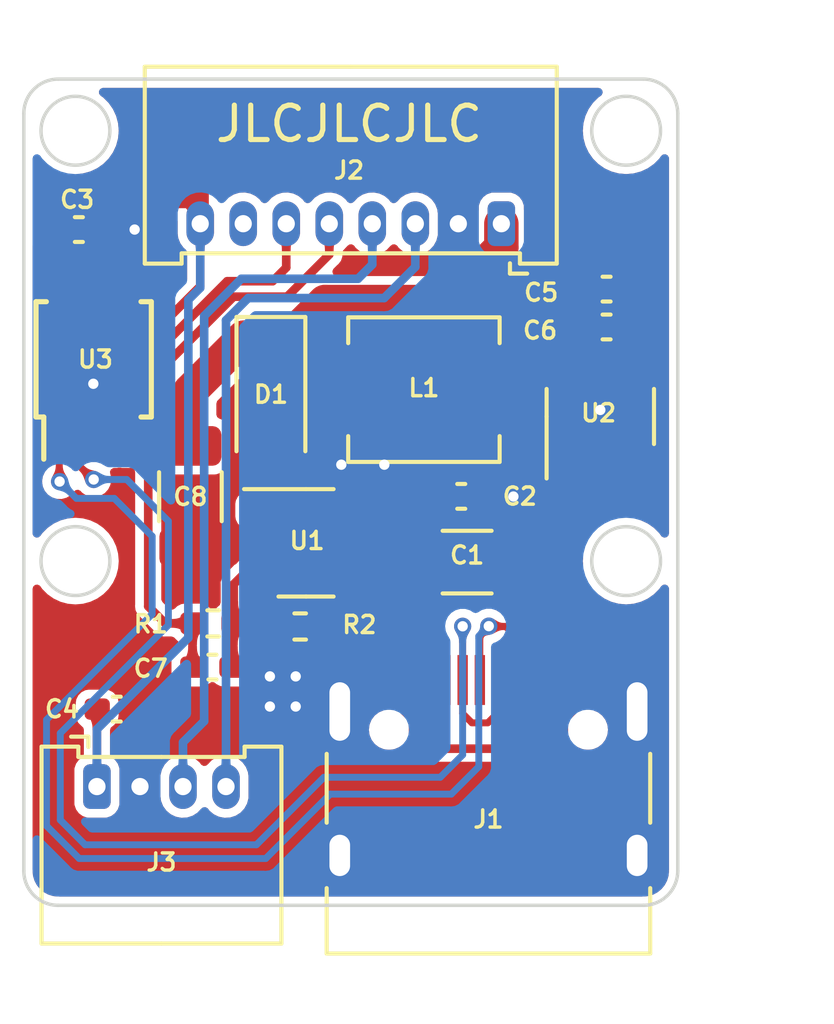
<source format=kicad_pcb>
(kicad_pcb (version 20211014) (generator pcbnew)
  (layers (0 "F.Cu" signal) (1 "In1.Cu" signal) (2 "In2.Cu" signal) (31 "B.Cu" signal) (34 "B.Paste" user) (35 "F.Paste" user) (36 "B.SilkS" user "B.Silkscreen") (37 "F.SilkS" user "F.Silkscreen") (38 "B.Mask" user) (39 "F.Mask" user) (44 "Edge.Cuts" user))
  (net 0 "")
  (net 3 "D+")
  (net 4 "D-")
  (net 5 "Net-(C7-Pad2)")
  (net 13 "+5V")
  (net 14 "GND")
  (net 15 "+3V3")
  (net 16 "+12V")
  (net 17 "Net-(D1-Pad2)")
  (net 18 "Button")
  (net 19 "USART_RX")
  (net 20 "USART_TX")
  (net 21 "SWCLK")
  (net 22 "SWDIO")
  (footprint "Inductor_SMD:L_0420" (layer "F.Cu") (at 102.075 101.97 180)
    (fp_text reference "L1")
    (fp_text value "0420")
  )
  (footprint "Capacitor_SMD:C_0402_1005Metric_Pad0.74x0.62mm_HandSolder" (layer "F.Cu") (at 93.2 111.3)
    (fp_text reference "C4")
    (fp_text value "100nf")
  )
  (footprint "Diode_SMD:D_SOD-123" (layer "F.Cu") (at 97.68 102.16 -90)
    (fp_text reference "D1")
    (fp_text value "1N5819HW")
  )
  (footprint "Capacitor_SMD:C_0402_1005Metric_Pad0.74x0.62mm_HandSolder" (layer "F.Cu") (at 92.1 97.37)
    (fp_text reference "C3")
    (fp_text value "100nf")
  )
  (footprint "Connector_Molex:Molex_PicoBlade_53048-0810_1x08_P1.25mm_Horizontal" (layer "F.Cu") (at 104.375 97.2 180)
    (fp_text reference "J2")
    (fp_text value "Conn_01x08")
  )
  (footprint "Capacitor_SMD:C_0402_1005Metric_Pad0.74x0.62mm_HandSolder" (layer "F.Cu") (at 107.4325 100.2)
    (fp_text reference "C6")
    (fp_text value "100nf")
  )
  (footprint "Capacitor_SMD:C_0402_1005Metric_Pad0.74x0.62mm_HandSolder" (layer "F.Cu") (at 103.21 105.12)
    (fp_text reference "C2")
    (fp_text value "10uf")
  )
  (footprint "Capacitor_SMD:C_0402_1005Metric_Pad0.74x0.62mm_HandSolder" (layer "F.Cu") (at 107.4325 99.1)
    (fp_text reference "C5")
    (fp_text value "10uf")
  )
  (footprint "Capacitor_SMD:C_1206_3216Metric" (layer "F.Cu") (at 95.34 105.13 -90)
    (fp_text reference "C8")
    (fp_text value "22uf")
  )
  (footprint "Package_TO_SOT_SMD:SOT-23-6" (layer "F.Cu") (at 98.7 106.47)
    (fp_text reference "U1")
    (fp_text value "MT3608")
  )
  (footprint "Resistor_SMD:R_0402_1005Metric_Pad0.72x0.64mm_HandSolder" (layer "F.Cu") (at 96 108.81)
    (fp_text reference "R1")
    (fp_text value "19k")
  )
  (footprint "Capacitor_SMD:C_1206_3216Metric" (layer "F.Cu") (at 103.38 107.03)
    (fp_text reference "C1")
    (fp_text value "22uf")
  )
  (footprint "Package_TO_SOT_SMD:SOT-23-5" (layer "F.Cu") (at 107.25 102.8 90)
    (fp_text reference "U2")
    (fp_text value "SPX3819M5-L-3-3")
  )
  (footprint "Connector_Molex:Molex_PicoBlade_53048-0410_1x04_P1.25mm_Horizontal" (layer "F.Cu") (at 92.625 113.55)
    (fp_text reference "J3")
    (fp_text value "Conn_01x04")
  )
  (footprint "Package_SO:MSOP-10_3x3mm_P0.5mm" (layer "F.Cu") (at 92.53 101.14 90)
    (fp_text reference "U3")
    (fp_text value "CH340E")
  )
  (footprint "Capacitor_SMD:C_0402_1005Metric_Pad0.74x0.62mm_HandSolder" (layer "F.Cu") (at 95.98 110.08)
    (fp_text reference "C7")
    (fp_text value "100nf")
  )
  (footprint "Resistor_SMD:R_0402_1005Metric_Pad0.72x0.64mm_HandSolder" (layer "F.Cu") (at 98.53 108.9)
    (fp_text reference "R2")
    (fp_text value "1k")
  )
  (footprint "Connector_USB:USB_C_Receptacle_HRO_TYPE-C-31-M-12" (layer "F.Cu") (at 104 114.5)
    (fp_text reference "J1")
    (fp_text value "USB_C_Receptacle_USB2.0")
  )
  (gr_line (start 91.5 117) (end 108.5 117) (layer "Edge.Cuts") (width 0.1))
  (gr_arc (start 109.5 116) (mid 109.207107 116.707107) (end 108.5 117) (layer "Edge.Cuts") (width 0.1))
  (gr_circle (center 108 107) (end 109 107) (layer "Edge.Cuts") (width 0.1) (fill none))
  (gr_circle (center 92 107) (end 93 107) (layer "Edge.Cuts") (width 0.1) (fill none))
  (gr_arc (start 108.5 93) (mid 109.207107 93.292893) (end 109.5 94) (layer "Edge.Cuts") (width 0.1))
  (gr_arc (start 90.5 94) (mid 90.792893 93.292893) (end 91.5 93) (layer "Edge.Cuts") (width 0.1))
  (gr_line (start 109.5 116) (end 109.5 94) (layer "Edge.Cuts") (width 0.1))
  (gr_line (start 90.5 94) (end 90.5 116) (layer "Edge.Cuts") (width 0.1))
  (gr_circle (center 92 94.5) (end 93 94.5) (layer "Edge.Cuts") (width 0.1) (fill none))
  (gr_arc (start 91.5 117) (mid 90.792893 116.707107) (end 90.5 116) (layer "Edge.Cuts") (width 0.1))
  (gr_circle (center 108 94.5) (end 109 94.5) (layer "Edge.Cuts") (width 0.1) (fill none))
  (gr_line (start 108.5 93) (end 91.5 93) (layer "Edge.Cuts") (width 0.1))
  (gr_text "JLCJLCJLC" (at 99.95 94.3) (layer "F.SilkS") (effects (font (size 1 1))))
  (segment (start 91.54 104.69) (end 91.53 104.68) (width 0.2) (layer "F.Cu") (net 3))
  (segment (start 91.53 104.68) (end 91.53 103.34) (width 0.2) (layer "F.Cu") (net 3))
  (segment (start 104.75 110.455) (end 104.75 109.15) (width 0.2) (layer "F.Cu") (net 3))
  (segment (start 104.01 108.89) (end 104 108.9) (width 0.2) (layer "F.Cu") (net 3))
  (segment (start 104.75 109.15) (end 104.5 108.9) (width 0.2) (layer "F.Cu") (net 3))
  (segment (start 103.75 109.15) (end 103.75 110.455) (width 0.2) (layer "F.Cu") (net 3))
  (segment (start 104 108.9) (end 103.75 109.15) (width 0.2) (layer "F.Cu") (net 3))
  (segment (start 104.5 108.9) (end 104 108.9) (width 0.2) (layer "F.Cu") (net 3))
  (via (at 104.01 108.89) (size 0.5) (drill 0.3) (layers "F.Cu" "B.Cu") (net 3))
  (via (at 91.54 104.69) (size 0.5) (drill 0.3) (layers "F.Cu" "B.Cu") (net 3))
  (segment (start 91.54 104.69) (end 92.029511 105.179511) (width 0.2) (layer "B.Cu") (net 3))
  (segment (start 103.72 109.18) (end 104.01 108.89) (width 0.2) (layer "B.Cu") (net 3))
  (segment (start 102.92 113.77) (end 103.72 112.97) (width 0.2) (layer "B.Cu") (net 3))
  (segment (start 93.129511 105.179511) (end 94.23 106.28) (width 0.2) (layer "B.Cu") (net 3))
  (segment (start 91.16048 114.69048) (end 92.11 115.64) (width 0.2) (layer "B.Cu") (net 3))
  (segment (start 99.4 113.77) (end 102.92 113.77) (width 0.2) (layer "B.Cu") (net 3))
  (segment (start 91.16048 111.60952) (end 91.16048 114.69048) (width 0.2) (layer "B.Cu") (net 3))
  (segment (start 94.23 106.28) (end 94.23 108.54) (width 0.2) (layer "B.Cu") (net 3))
  (segment (start 92.11 115.64) (end 97.53 115.64) (width 0.2) (layer "B.Cu") (net 3))
  (segment (start 103.72 112.97) (end 103.72 109.18) (width 0.2) (layer "B.Cu") (net 3))
  (segment (start 97.53 115.64) (end 99.4 113.77) (width 0.2) (layer "B.Cu") (net 3))
  (segment (start 94.23 108.54) (end 91.16048 111.60952) (width 0.2) (layer "B.Cu") (net 3))
  (segment (start 92.029511 105.179511) (end 93.129511 105.179511) (width 0.2) (layer "B.Cu") (net 3))
  (segment (start 104.25 111.429022) (end 103.979022 111.7) (width 0.2) (layer "F.Cu") (net 4))
  (segment (start 92.03 104.149022) (end 92.03 103.34) (width 0.2) (layer "F.Cu") (net 4))
  (segment (start 103.520978 111.7) (end 103.25 111.429022) (width 0.2) (layer "F.Cu") (net 4))
  (segment (start 92.53 104.630011) (end 92.510989 104.630011) (width 0.2) (layer "F.Cu") (net 4))
  (segment (start 103.979022 111.7) (end 103.520978 111.7) (width 0.2) (layer "F.Cu") (net 4))
  (segment (start 92.510989 104.630011) (end 92.03 104.149022) (width 0.2) (layer "F.Cu") (net 4))
  (segment (start 103.250741 108.894086) (end 103.25 108.894827) (width 0.2) (layer "F.Cu") (net 4))
  (segment (start 103.25 108.894827) (end 103.25 110.455) (width 0.2) (layer "F.Cu") (net 4))
  (segment (start 104.25 110.455) (end 104.25 111.429022) (width 0.2) (layer "F.Cu") (net 4))
  (segment (start 103.25 111.429022) (end 103.25 110.455) (width 0.2) (layer "F.Cu") (net 4))
  (via (at 92.53 104.630011) (size 0.5) (drill 0.3) (layers "F.Cu" "B.Cu") (net 4))
  (via (at 103.250741 108.894086) (size 0.5) (drill 0.3) (layers "F.Cu" "B.Cu") (net 4))
  (segment (start 103.25 108.894827) (end 103.250741 108.894086) (width 0.2) (layer "B.Cu") (net 4))
  (segment (start 102.6 113.28) (end 103.25 112.63) (width 0.2) (layer "B.Cu") (net 4))
  (segment (start 92.53 104.630011) (end 93.490011 104.630011) (width 0.2) (layer "B.Cu") (net 4))
  (segment (start 91.56 114.52) (end 92.28048 115.24048) (width 0.2) (layer "B.Cu") (net 4))
  (segment (start 93.490011 104.630011) (end 94.70048 105.84048) (width 0.2) (layer "B.Cu") (net 4))
  (segment (start 94.70048 108.85952) (end 91.56 112) (width 0.2) (layer "B.Cu") (net 4))
  (segment (start 97.25952 115.24048) (end 99.22 113.28) (width 0.2) (layer "B.Cu") (net 4))
  (segment (start 94.70048 105.84048) (end 94.70048 108.85952) (width 0.2) (layer "B.Cu") (net 4))
  (segment (start 99.22 113.28) (end 102.6 113.28) (width 0.2) (layer "B.Cu") (net 4))
  (segment (start 91.56 112) (end 91.56 114.52) (width 0.2) (layer "B.Cu") (net 4))
  (segment (start 92.28048 115.24048) (end 97.25952 115.24048) (width 0.2) (layer "B.Cu") (net 4))
  (segment (start 103.25 112.63) (end 103.25 108.894827) (width 0.2) (layer "B.Cu") (net 4))
  (segment (start 97.9325 108.9) (end 96.6875 108.9) (width 0.25) (layer "F.Cu") (net 5))
  (segment (start 96.5875 110.08) (end 96.5875 108.82) (width 0.25) (layer "F.Cu") (net 5))
  (segment (start 96.6 107.67) (end 96.6 108.6125) (width 0.25) (layer "F.Cu") (net 5))
  (segment (start 96.85 107.42) (end 96.6 107.67) (width 0.25) (layer "F.Cu") (net 5))
  (segment (start 96.43 108.6425) (end 96.5975 108.81) (width 0.25) (layer "F.Cu") (net 5))
  (segment (start 96.5875 108.82) (end 96.5975 108.81) (width 0.25) (layer "F.Cu") (net 5))
  (segment (start 97.5625 107.42) (end 96.85 107.42) (width 0.25) (layer "F.Cu") (net 5))
  (segment (start 96.6875 108.9) (end 96.5975 108.81) (width 0.25) (layer "F.Cu") (net 5))
  (segment (start 104.325 103.655) (end 104.325 101.97) (width 0.5) (layer "F.Cu") (net 13))
  (segment (start 106.45 110.455) (end 106.45 111.350727) (width 0.25) (layer "F.Cu") (net 13))
  (segment (start 101.55 110.455) (end 101.55 107.385) (width 0.5) (layer "F.Cu") (net 13))
  (segment (start 106.190479 112.184521) (end 105.925364 112.449636) (width 0.25) (layer "F.Cu") (net 13))
  (segment (start 102.6425 106.2925) (end 101.905 107.03) (width 0.5) (layer "F.Cu") (net 13))
  (segment (start 102.6425 102.4825) (end 103.155 101.97) (width 0.5) (layer "F.Cu") (net 13))
  (segment (start 101.809521 112.109521) (end 101.809521 111.610248) (width 0.25) (layer "F.Cu") (net 13))
  (segment (start 106.45 111.350727) (end 106.190479 111.610248) (width 0.25) (layer "F.Cu") (net 13))
  (segment (start 105.925364 112.449636) (end 102.149636 112.449636) (width 0.25) (layer "F.Cu") (net 13))
  (segment (start 102.149636 112.449636) (end 101.809521 112.109521) (width 0.25) (layer "F.Cu") (net 13))
  (segment (start 106.190479 111.610248) (end 106.190479 112.184521) (width 0.25) (layer "F.Cu") (net 13))
  (segment (start 106.45 110.455) (end 106.45 105.45) (width 0.5) (layer "F.Cu") (net 13))
  (segment (start 106.45 105.45) (end 106.3 105.3) (width 0.5) (layer "F.Cu") (net 13))
  (segment (start 99.8375 106.47) (end 101.345 106.47) (width 0.5) (layer "F.Cu") (net 13))
  (segment (start 101.55 111.350727) (end 101.55 110.455) (width 0.25) (layer "F.Cu") (net 13))
  (segment (start 107.89 105.35) (end 106.45 105.35) (width 0.5) (layer "F.Cu") (net 13))
  (segment (start 108.2 105.04) (end 107.89 105.35) (width 0.5) (layer "F.Cu") (net 13))
  (segment (start 103.155 101.97) (end 104.325 101.97) (width 0.5) (layer "F.Cu") (net 13))
  (segment (start 101.809521 111.610248) (end 101.55 111.350727) (width 0.25) (layer "F.Cu") (net 13))
  (segment (start 101.515 107.42) (end 101.905 107.03) (width 0.25) (layer "F.Cu") (net 13))
  (segment (start 108.2 103.9375) (end 108.2 105.04) (width 0.5) (layer "F.Cu") (net 13))
  (segment (start 99.8375 107.42) (end 101.515 107.42) (width 0.5) (layer "F.Cu") (net 13))
  (segment (start 106.3 103.9375) (end 106.2975 103.94) (width 0.25) (layer "F.Cu") (net 13))
  (segment (start 102.6425 105.12) (end 102.6425 106.2925) (width 0.5) (layer "F.Cu") (net 13))
  (segment (start 106.3 105.3) (end 106.3 103.9375) (width 0.5) (layer "F.Cu") (net 13))
  (segment (start 106.2975 103.94) (end 104.61 103.94) (width 0.5) (layer "F.Cu") (net 13))
  (segment (start 102.6425 105.12) (end 102.6425 102.4825) (width 0.5) (layer "F.Cu") (net 13))
  (segment (start 104.61 103.94) (end 104.325 103.655) (width 0.5) (layer "F.Cu") (net 13))
  (segment (start 104.72 105.12) (end 104.725 105.125) (width 0.25) (layer "F.Cu") (net 14))
  (segment (start 97.5625 106.47) (end 95.475 106.47) (width 0.25) (layer "F.Cu") (net 14))
  (segment (start 100.75 110.455) (end 100.75 109.15) (width 0.25) (layer "F.Cu") (net 14))
  (segment (start 97.946072 106.47) (end 98.7 107.223928) (width 0.25) (layer "F.Cu") (net 14))
  (segment (start 103.7775 105.9525) (end 104.855 107.03) (width 0.25) (layer "F.Cu") (net 14))
  (segment (start 107.25 100.95) (end 108 100.2) (width 0.25) (layer "F.Cu") (net 14))
  (segment (start 107.9675 100.1675) (end 108 100.2) (width 0.25) (layer "F.Cu") (net 14))
  (segment (start 103.7775 105.12) (end 104.72 105.12) (width 0.25) (layer "F.Cu") (net 14))
  (segment (start 92.6675 97.37) (end 93.72 97.37) (width 0.25) (layer "F.Cu") (net 14))
  (segment (start 92.52 103.33) (end 92.52 101.85) (width 0.25) (layer "F.Cu") (net 14))
  (segment (start 98.7 108.4725) (end 99.1275 108.9) (width 0.25) (layer "F.Cu") (net 14))
  (segment (start 103.7775 105.12) (end 103.7775 105.9525) (width 0.25) (layer "F.Cu") (net 14))
  (segment (start 107.25 102.61) (end 107.25 100.95) (width 0.25) (layer "F.Cu") (net 14))
  (segment (start 99.1275 108.9) (end 100.5 108.9) (width 0.25) (layer "F.Cu") (net 14))
  (segment (start 95.475 106.47) (end 95.34 106.605) (width 0.25) (layer "F.Cu") (net 14))
  (segment (start 97.5625 106.47) (end 97.946072 106.47) (width 0.25) (layer "F.Cu") (net 14))
  (segment (start 107.25 103.9375) (end 107.25 102.61) (width 0.25) (layer "F.Cu") (net 14))
  (segment (start 92.53 103.34) (end 92.52 103.33) (width 0.25) (layer "F.Cu") (net 14))
  (segment (start 98.7 107.223928) (end 98.7 108.4725) (width 0.25) (layer "F.Cu") (net 14))
  (segment (start 107.9675 99.1) (end 107.9675 100.1675) (width 0.25) (layer "F.Cu") (net 14))
  (segment (start 100.75 109.15) (end 100.5 108.9) (width 0.25) (layer "F.Cu") (net 14))
  (segment (start 93.875 111.4075) (end 93.7675 111.3) (width 0.25) (layer "F.Cu") (net 14))
  (segment (start 93.875 113.55) (end 93.875 111.4075) (width 0.25) (layer "F.Cu") (net 14))
  (via (at 93.72 97.37) (size 0.5) (drill 0.3) (layers "F.Cu" "B.Cu") (net 14))
  (via (at 104.725 105.125) (size 0.5) (drill 0.3) (layers "F.Cu" "B.Cu") (net 14))
  (via (at 98.4 110.35) (size 0.5) (drill 0.3) (layers "F.Cu" "B.Cu") (net 14))
  (via (at 98.4 111.225) (size 0.5) (drill 0.3) (layers "F.Cu" "B.Cu") (net 14))
  (via (at 97.65 111.225) (size 0.5) (drill 0.3) (layers "F.Cu" "B.Cu") (net 14))
  (via (at 97.65 110.35) (size 0.5) (drill 0.3) (layers "F.Cu" "B.Cu") (net 14))
  (via (at 92.52 101.85) (size 0.5) (drill 0.3) (layers "F.Cu" "B.Cu") (net 14))
  (via (at 100.975 104.2) (size 0.5) (drill 0.3) (layers "F.Cu" "B.Cu") (net 14))
  (via (at 99.725 104.2) (size 0.5) (drill 0.3) (layers "F.Cu" "B.Cu") (net 14))
  (via (at 107.25 102.61) (size 0.5) (drill 0.3) (layers "F.Cu" "B.Cu") (net 14))
  (segment (start 95.625 96.805) (end 95.32 96.5) (width 0.5) (layer "F.Cu") (net 15))
  (segment (start 92.625 111.3075) (end 92.6325 111.3) (width 0.25) (layer "F.Cu") (net 15))
  (segment (start 91.5325 96.8675) (end 91.5325 97.37) (width 0.5) (layer "F.Cu") (net 15))
  (segment (start 91.9 96.5) (end 91.5325 96.8675) (width 0.5) (layer "F.Cu") (net 15))
  (segment (start 106.3 100.765) (end 106.865 100.2) (width 0.5) (layer "F.Cu") (net 15))
  (segment (start 94.444282 100.2) (end 95.625 99.019282) (width 0.25) (layer "F.Cu") (net 15))
  (segment (start 106.865 99.1) (end 106.865 97.135) (width 0.5) (layer "F.Cu") (net 15))
  (segment (start 95.625 96.225) (end 95.625 96.785) (width 0.5) (layer "F.Cu") (net 15))
  (segment (start 91.53 98.94) (end 91.53 97.3725) (width 0.25) (layer "F.Cu") (net 15))
  (segment (start 93.03 98.94) (end 93.03 99.97) (width 0.25) (layer "F.Cu") (net 15))
  (segment (start 95.625 97.2) (end 95.625 96.805) (width 0.25) (layer "F.Cu") (net 15))
  (segment (start 91.53 97.3725) (end 91.5325 97.37) (width 0.25) (layer "F.Cu") (net 15))
  (segment (start 106.865 97.135) (end 105.23 95.5) (width 0.5) (layer "F.Cu") (net 15))
  (segment (start 95.625 99.019282) (end 95.625 97.2) (width 0.25) (layer "F.Cu") (net 15))
  (segment (start 106.3 101.6625) (end 106.3 100.765) (width 0.5) (layer "F.Cu") (net 15))
  (segment (start 93.03 99.97) (end 93.26 100.2) (width 0.25) (layer "F.Cu") (net 15))
  (segment (start 92.625 113.55) (end 92.625 111.3075) (width 0.25) (layer "F.Cu") (net 15))
  (segment (start 106.8325 100.1675) (end 106.865 100.2) (width 0.25) (layer "F.Cu") (net 15))
  (segment (start 95.625 96.785) (end 95.625 97.2) (width 0.25) (layer "F.Cu") (net 15))
  (segment (start 93.26 100.2) (end 94.444282 100.2) (width 0.25) (layer "F.Cu") (net 15))
  (segment (start 105.23 95.5) (end 96.35 95.5) (width 0.5) (layer "F.Cu") (net 15))
  (segment (start 95.32 96.5) (end 91.9 96.5) (width 0.5) (layer "F.Cu") (net 15))
  (segment (start 106.8325 99.1) (end 106.8325 100.1675) (width 0.5) (layer "F.Cu") (net 15))
  (segment (start 96.35 95.5) (end 95.625 96.225) (width 0.5) (layer "F.Cu") (net 15))
  (segment (start 95.625 97.2) (end 95.625 99.065) (width 0.25) (layer "B.Cu") (net 15))
  (segment (start 92.625 111.885) (end 92.625 113.55) (width 0.25) (layer "B.Cu") (net 15))
  (segment (start 95.28 109.23) (end 92.625 111.885) (width 0.25) (layer "B.Cu") (net 15))
  (segment (start 95.625 99.065) (end 95.28 99.41) (width 0.25) (layer "B.Cu") (net 15))
  (segment (start 95.28 99.41) (end 95.28 109.23) (width 0.25) (layer "B.Cu") (net 15))
  (segment (start 99.25 99.475) (end 102.795 99.475) (width 1) (layer "F.Cu") (net 16))
  (segment (start 95.4025 108.81) (end 95.4025 110.07) (width 0.25) (layer "F.Cu") (net 16))
  (segment (start 94.11548 104.16452) (end 94.11548 108.31548) (width 0.25) (layer "F.Cu") (net 16))
  (segment (start 94.61 108.81) (end 95.4025 108.81) (width 0.25) (layer "F.Cu") (net 16))
  (segment (start 95.4025 110.07) (end 95.4125 110.08) (width 0.25) (layer "F.Cu") (net 16))
  (segment (start 94.11548 108.31548) (end 94.61 108.81) (width 0.25) (layer "F.Cu") (net 16))
  (segment (start 97.68 100.51) (end 98.215 100.51) (width 1) (layer "F.Cu") (net 16))
  (segment (start 96.89 100.51) (end 97.68 100.51) (width 1) (layer "F.Cu") (net 16))
  (segment (start 94.625 103.655) (end 94.11548 104.16452) (width 0.25) (layer "F.Cu") (net 16))
  (segment (start 98.215 100.51) (end 99.25 99.475) (width 1) (layer "F.Cu") (net 16))
  (segment (start 104.375 97.895) (end 104.375 97.2) (width 1) (layer "F.Cu") (net 16))
  (segment (start 95.34 103.655) (end 95.34 102.06) (width 1) (layer "F.Cu") (net 16))
  (segment (start 95.34 103.655) (end 94.625 103.655) (width 0.25) (layer "F.Cu") (net 16))
  (segment (start 95.34 102.06) (end 96.89 100.51) (width 1) (layer "F.Cu") (net 16))
  (segment (start 102.795 99.475) (end 104.375 97.895) (width 1) (layer "F.Cu") (net 16))
  (segment (start 99.08 101.97) (end 99.52 101.97) (width 0.5) (layer "F.Cu") (net 17))
  (segment (start 99.52 101.97) (end 99.875 101.97) (width 0.25) (layer "F.Cu") (net 17))
  (segment (start 97.5625 103.9275) (end 97.68 103.81) (width 0.25) (layer "F.Cu") (net 17))
  (segment (start 97.68 103.37) (end 99.08 101.97) (width 0.5) (layer "F.Cu") (net 17))
  (segment (start 97.5625 105.52) (end 97.5625 103.9275) (width 0.5) (layer "F.Cu") (net 17))
  (segment (start 97.68 103.81) (end 97.68 103.37) (width 0.5) (layer "F.Cu") (net 17))
  (segment (start 92.53 100.47) (end 92.53 98.94) (width 0.25) (layer "F.Cu") (net 19))
  (segment (start 92.72048 100.66048) (end 92.53 100.47) (width 0.25) (layer "F.Cu") (net 19))
  (segment (start 94.61952 100.66048) (end 92.72048 100.66048) (width 0.25) (layer "F.Cu") (net 19))
  (segment (start 98.125 98.475) (end 97.72952 98.87048) (width 0.25) (layer "F.Cu") (net 19))
  (segment (start 96.40952 98.87048) (end 94.61952 100.66048) (width 0.25) (layer "F.Cu") (net 19))
  (segment (start 97.72952 98.87048) (end 96.40952 98.87048) (width 0.25) (layer "F.Cu") (net 19))
  (segment (start 98.125 97.2) (end 98.125 98.475) (width 0.25) (layer "F.Cu") (net 19))
  (segment (start 96.595717 99.32) (end 94.805717 101.11) (width 0.25) (layer "F.Cu") (net 20))
  (segment (start 99.375 98.095) (end 98.15 99.32) (width 0.25) (layer "F.Cu") (net 20))
  (segment (start 94.805717 101.11) (end 92.48 101.11) (width 0.25) (layer "F.Cu") (net 20))
  (segment (start 92.48 101.11) (end 92.03 100.66) (width 0.25) (layer "F.Cu") (net 20))
  (segment (start 99.375 97.2) (end 99.375 98.095) (width 0.25) (layer "F.Cu") (net 20))
  (segment (start 98.15 99.32) (end 96.595717 99.32) (width 0.25) (layer "F.Cu") (net 20))
  (segment (start 92.03 100.66) (end 92.03 98.94) (width 0.25) (layer "F.Cu") (net 20))
  (segment (start 100.625 98.385) (end 100.625 97.2) (width 0.25) (layer "B.Cu") (net 21))
  (segment (start 95.125 112.265) (end 95.74 111.65) (width 0.25) (layer "B.Cu") (net 21))
  (segment (start 100.21 98.8) (end 100.625 98.385) (width 0.25) (layer "B.Cu") (net 21))
  (segment (start 95.74 111.65) (end 95.74 99.88) (width 0.25) (layer "B.Cu") (net 21))
  (segment (start 96.82 98.8) (end 100.21 98.8) (width 0.25) (layer "B.Cu") (net 21))
  (segment (start 95.74 99.88) (end 96.82 98.8) (width 0.25) (layer "B.Cu") (net 21))
  (segment (start 95.125 113.55) (end 95.125 112.265) (width 0.25) (layer "B.Cu") (net 21))
  (segment (start 101.875 98.455) (end 101.875 97.2) (width 0.25) (layer "B.Cu") (net 22))
  (segment (start 96.375 113.55) (end 96.375 100.005) (width 0.25) (layer "B.Cu") (net 22))
  (segment (start 100.97 99.36) (end 101.875 98.455) (width 0.25) (layer "B.Cu") (net 22))
  (segment (start 96.375 100.005) (end 97.02 99.36) (width 0.25) (layer "B.Cu") (net 22))
  (segment (start 97.02 99.36) (end 100.97 99.36) (width 0.25) (layer "B.Cu") (net 22))
  (zone (net 5) (net_name "Net-(C7-Pad2)") (layer "F.Cu") (priority 16962) (connect_pads yes (clearance 0)) (min_thickness 0.0254) (fill yes (thermal_gap 0.508) (thermal_bridge_width 0.508))
    (polygon (pts (xy 96.7125 109.45) (xy 96.714498 109.378291) (xy 96.720353 109.317571) (xy 96.729858 109.265598) (xy 96.742802 109.22013) (xy 96.758976 109.178926) (xy 96.778173 109.139745) (xy 96.800182 109.100344) (xy 96.824796 109.058482) (xy 96.851806 109.011919) (xy 96.881002 108.958412) (xy 96.602497 108.650079) (xy 96.305284 108.940421) (xy 96.33176 108.996948) (xy 96.356516 109.045975) (xy 96.379302 109.089852) (xy 96.399866 109.130926) (xy 96.417956 109.171544) (xy 96.433321 109.214056) (xy 96.44571 109.26081) (xy 96.45487 109.314153) (xy 96.46055 109.376433) (xy 96.4625 109.45)))
  )
  (zone (net 4) (net_name "D-") (layer "F.Cu") (priority 16962) (connect_pads yes (clearance 0)) (min_thickness 0.0254) (fill yes (thermal_gap 0.508) (thermal_bridge_width 0.508))
    (polygon (pts (xy 103.15 110.165) (xy 103.149956 110.196976) (xy 103.149689 110.225132) (xy 103.148994 110.250109) (xy 103.147668 110.272544) (xy 103.145505 110.293079) (xy 103.142302 110.312352) (xy 103.137854 110.331002) (xy 103.131957 110.349671) (xy 103.124407 110.368995) (xy 103.115 110.389617) (xy 103.25 110.53) (xy 103.385 110.389617) (xy 103.375592 110.368995) (xy 103.368042 110.349671) (xy 103.362145 110.331002) (xy 103.357697 110.312352) (xy 103.354494 110.293079) (xy 103.352331 110.272544) (xy 103.351005 110.250109) (xy 103.35031 110.225132) (xy 103.350043 110.196976) (xy 103.35 110.165)))
  )
  (zone (net 16) (net_name "+12V") (layer "F.Cu") (priority 16962) (connect_pads yes (clearance 0)) (min_thickness 0.0254) (fill yes (thermal_gap 0.508) (thermal_bridge_width 0.508))
    (polygon (pts (xy 95.5275 109.44) (xy 95.529521 109.368713) (xy 95.535412 109.308408) (xy 95.54491 109.256821) (xy 95.557756 109.211686) (xy 95.573687 109.170736) (xy 95.592444 109.131707) (xy 95.613764 109.092333) (xy 95.637388 109.050348) (xy 95.663053 109.003486) (xy 95.6905 108.949484) (xy 95.4025 108.65) (xy 95.1145 108.949484) (xy 95.141946 109.003486) (xy 95.167611 109.050348) (xy 95.191235 109.092333) (xy 95.212555 109.131707) (xy 95.231312 109.170736) (xy 95.247243 109.211686) (xy 95.260089 109.256821) (xy 95.269587 109.308408) (xy 95.275478 109.368713) (xy 95.2775 109.44)))
  )
  (zone (net 15) (net_name "+3V3") (layer "F.Cu") (priority 16962) (connect_pads yes (clearance 0)) (min_thickness 0.0254) (fill yes (thermal_gap 0.508) (thermal_bridge_width 0.508))
    (polygon (pts (xy 91.405 98.65) (xy 91.405249 98.682514) (xy 91.405841 98.712644) (xy 91.406544 98.740445) (xy 91.407125 98.765974) (xy 91.40735 98.789289) (xy 91.406987 98.810445) (xy 91.405804 98.829499) (xy 91.403566 98.846508) (xy 91.400043 98.861528) (xy 91.395 98.874617) (xy 91.53 99.015) (xy 91.665 98.874617) (xy 91.659956 98.861528) (xy 91.656433 98.846508) (xy 91.654195 98.829499) (xy 91.653012 98.810445) (xy 91.652649 98.789289) (xy 91.652874 98.765974) (xy 91.653455 98.740445) (xy 91.654158 98.712644) (xy 91.65475 98.682514) (xy 91.655 98.65)))
  )
  (zone (net 13) (net_name "+5V") (layer "F.Cu") (priority 16962) (connect_pads yes (clearance 0)) (min_thickness 0.0254) (fill yes (thermal_gap 0.508) (thermal_bridge_width 0.508))
    (polygon (pts (xy 101.675 111.045) (xy 101.676711 110.978477) (xy 101.681731 110.922013) (xy 101.689883 110.873553) (xy 101.700994 110.831041) (xy 101.714888 110.792421) (xy 101.731391 110.755639) (xy 101.750328 110.718637) (xy 101.771525 110.679361) (xy 101.794807 110.635756) (xy 101.82 110.585766) (xy 101.55 110.305) (xy 101.28 110.585766) (xy 101.305192 110.635756) (xy 101.328474 110.679361) (xy 101.349671 110.718637) (xy 101.368608 110.755639) (xy 101.385111 110.792421) (xy 101.399005 110.831041) (xy 101.410116 110.873553) (xy 101.418268 110.922013) (xy 101.423288 110.978477) (xy 101.425 111.045)))
  )
  (zone (net 15) (net_name "+3V3") (layer "F.Cu") (priority 16962) (connect_pads yes (clearance 0)) (min_thickness 0.0254) (fill yes (thermal_gap 0.508) (thermal_bridge_width 0.508))
    (polygon (pts (xy 91.655 97.9825) (xy 91.65686 97.913502) (xy 91.662305 97.855025) (xy 91.671129 97.804914) (xy 91.68313 97.761015) (xy 91.698101 97.721173) (xy 91.71584 97.683234) (xy 91.73614 97.645044) (xy 91.758799 97.604449) (xy 91.783611 97.559294) (xy 91.810373 97.507426) (xy 91.53378 97.215006) (xy 91.252393 97.502815) (xy 91.278478 97.555452) (xy 91.302733 97.601235) (xy 91.324941 97.642343) (xy 91.344888 97.680959) (xy 91.362357 97.719265) (xy 91.377134 97.759443) (xy 91.389002 97.803673) (xy 91.397746 97.854138) (xy 91.40315 97.91302) (xy 91.405 97.9825)))
  )
  (zone (net 3) (net_name "D+") (layer "F.Cu") (priority 16962) (connect_pads yes (clearance 0)) (min_thickness 0.0254) (fill yes (thermal_gap 0.508) (thermal_bridge_width 0.508))
    (polygon (pts (xy 104.65 110.165) (xy 104.649956 110.196976) (xy 104.649689 110.225132) (xy 104.648994 110.250109) (xy 104.647668 110.272544) (xy 104.645505 110.293079) (xy 104.642302 110.312352) (xy 104.637854 110.331002) (xy 104.631957 110.349671) (xy 104.624407 110.368995) (xy 104.615 110.389617) (xy 104.75 110.53) (xy 104.885 110.389617) (xy 104.875592 110.368995) (xy 104.868042 110.349671) (xy 104.862145 110.331002) (xy 104.857697 110.312352) (xy 104.854494 110.293079) (xy 104.852331 110.272544) (xy 104.851005 110.250109) (xy 104.85031 110.225132) (xy 104.850043 110.196976) (xy 104.85 110.165)))
  )
  (zone (net 15) (net_name "+3V3") (layer "F.Cu") (priority 16962) (connect_pads yes (clearance 0)) (min_thickness 0.0254) (fill yes (thermal_gap 0.508) (thermal_bridge_width 0.508))
    (polygon (pts (xy 95.5 96.4) (xy 95.49678 96.49178) (xy 95.487509 96.568713) (xy 95.472764 96.633931) (xy 95.453127 96.690568) (xy 95.429176 96.741757) (xy 95.401491 96.790632) (xy 95.370651 96.840324) (xy 95.337236 96.893969) (xy 95.301826 96.954698) (xy 95.265 97.025645) (xy 95.625 97.4) (xy 95.985 97.025645) (xy 95.948173 96.954698) (xy 95.912763 96.893969) (xy 95.879348 96.840324) (xy 95.848508 96.790632) (xy 95.820823 96.741757) (xy 95.796872 96.690568) (xy 95.777235 96.633931) (xy 95.76249 96.568713) (xy 95.753219 96.49178) (xy 95.75 96.4)))
  )
  (zone (net 16) (net_name "+12V") (layer "F.Cu") (priority 16962) (connect_pads yes (clearance 0)) (min_thickness 0.0254) (fill yes (thermal_gap 0.508) (thermal_bridge_width 0.508))
    (polygon (pts (xy 94.84 102.51) (xy 94.840738 102.641192) (xy 94.842547 102.765747) (xy 94.844817 102.882675) (xy 94.846941 102.990984) (xy 94.848308 103.089685) (xy 94.848311 103.177784) (xy 94.846341 103.254293) (xy 94.841788 103.31822) (xy 94.834044 103.368573) (xy 94.8225 103.404364) (xy 95.34 103.9425) (xy 95.8575 103.404364) (xy 95.845955 103.368573) (xy 95.838211 103.31822) (xy 95.833658 103.254293) (xy 95.831688 103.177784) (xy 95.831691 103.089685) (xy 95.833058 102.990984) (xy 95.835182 102.882675) (xy 95.837452 102.765747) (xy 95.839261 102.641192) (xy 95.84 102.51)))
  )
  (zone (net 15) (net_name "+3V3") (layer "F.Cu") (priority 16962) (connect_pads yes (clearance 0)) (min_thickness 0.0254) (fill yes (thermal_gap 0.508) (thermal_bridge_width 0.508))
    (polygon (pts (xy 93.155 99.23) (xy 93.15475 99.197485) (xy 93.154158 99.167355) (xy 93.153455 99.139554) (xy 93.152874 99.114025) (xy 93.152649 99.09071) (xy 93.153012 99.069554) (xy 93.154195 99.0505) (xy 93.156433 99.033491) (xy 93.159956 99.018471) (xy 93.165 99.005383) (xy 93.03 98.865) (xy 92.895 99.005383) (xy 92.900043 99.018471) (xy 92.903566 99.033491) (xy 92.905804 99.0505) (xy 92.906987 99.069554) (xy 92.90735 99.09071) (xy 92.907125 99.114025) (xy 92.906544 99.139554) (xy 92.905841 99.167355) (xy 92.905249 99.197485) (xy 92.905 99.23)))
  )
  (zone (net 15) (net_name "+3V3") (layer "F.Cu") (priority 16962) (connect_pads yes (clearance 0)) (min_thickness 0.0254) (fill yes (thermal_gap 0.508) (thermal_bridge_width 0.508))
    (polygon (pts (xy 95.75 97.99) (xy 95.753266 97.899538) (xy 95.762658 97.823777) (xy 95.777564 97.75961) (xy 95.797374 97.703935) (xy 95.821476 97.653647) (xy 95.849261 97.60564) (xy 95.880116 97.556812) (xy 95.913432 97.504058) (xy 95.948596 97.444274) (xy 95.985 97.374355) (xy 95.625 97) (xy 95.265 97.374355) (xy 95.301403 97.444274) (xy 95.336567 97.504058) (xy 95.369883 97.556812) (xy 95.400738 97.60564) (xy 95.428523 97.653647) (xy 95.452625 97.703935) (xy 95.472435 97.75961) (xy 95.487341 97.823777) (xy 95.496733 97.899538) (xy 95.5 97.99)))
  )
  (zone (net 4) (net_name "D-") (layer "F.Cu") (priority 16962) (connect_pads yes (clearance 0)) (min_thickness 0.0254) (fill yes (thermal_gap 0.508) (thermal_bridge_width 0.508))
    (polygon (pts (xy 92.093797 104.35424) (xy 92.134076 104.396544) (xy 92.16613 104.434507) (xy 92.191393 104.469318) (xy 92.211297 104.502162) (xy 92.227279 104.534228) (xy 92.24077 104.566703) (xy 92.253206 104.600775) (xy 92.266021 104.637632) (xy 92.280649 104.678459) (xy 92.298523 104.724447) (xy 92.622945 104.713593) (xy 92.59942 104.389843) (xy 92.553699 104.377366) (xy 92.513044 104.367185) (xy 92.476329 104.358003) (xy 92.44243 104.348523) (xy 92.410223 104.33745) (xy 92.378584 104.323487) (xy 92.346388 104.305338) (xy 92.312511 104.281708) (xy 92.275829 104.2513) (xy 92.235218 104.212819)))
  )
  (zone (net 19) (net_name "USART_RX") (layer "F.Cu") (priority 16962) (connect_pads yes (clearance 0)) (min_thickness 0.0254) (fill yes (thermal_gap 0.508) (thermal_bridge_width 0.508))
    (polygon (pts (xy 92.655 99.23) (xy 92.65475 99.197485) (xy 92.654158 99.167355) (xy 92.653455 99.139554) (xy 92.652874 99.114025) (xy 92.652649 99.09071) (xy 92.653012 99.069554) (xy 92.654195 99.0505) (xy 92.656433 99.033491) (xy 92.659956 99.018471) (xy 92.665 99.005383) (xy 92.53 98.865) (xy 92.395 99.005383) (xy 92.400043 99.018471) (xy 92.403566 99.033491) (xy 92.405804 99.0505) (xy 92.406987 99.069554) (xy 92.40735 99.09071) (xy 92.407125 99.114025) (xy 92.406544 99.139554) (xy 92.405841 99.167355) (xy 92.405249 99.197485) (xy 92.405 99.23)))
  )
  (zone (net 13) (net_name "+5V") (layer "F.Cu") (priority 16962) (connect_pads yes (clearance 0)) (min_thickness 0.0254) (fill yes (thermal_gap 0.508) (thermal_bridge_width 0.508))
    (polygon (pts (xy 101.3 109.865) (xy 101.300521 109.931474) (xy 101.301766 109.993073) (xy 101.303253 110.049913) (xy 101.3045 110.102109) (xy 101.305027 110.149777) (xy 101.304351 110.193032) (xy 101.301992 110.231989) (xy 101.297467 110.266765) (xy 101.290297 110.297475) (xy 101.28 110.324234) (xy 101.55 110.605) (xy 101.82 110.324234) (xy 101.809702 110.297475) (xy 101.802532 110.266765) (xy 101.798007 110.231989) (xy 101.795648 110.193032) (xy 101.794972 110.149777) (xy 101.795499 110.102109) (xy 101.796746 110.049913) (xy 101.798233 109.993073) (xy 101.799478 109.931474) (xy 101.8 109.865)))
  )
  (zone (net 13) (net_name "+5V") (layer "F.Cu") (priority 1) (connect_pads yes (clearance 0.254)) (min_thickness 0.254) (fill yes (thermal_gap 0.508) (thermal_bridge_width 0.508))
    (polygon (pts (xy 105.25 103.25) (xy 106.75 103.25) (xy 106.75 108) (xy 99.1 108) (xy 99.1 106.15) (xy 101.7 106.15) (xy 101.7 100.5) (xy 105.25 100.5)))
  )
  (zone (net 17) (net_name "Net-(D1-Pad2)") (layer "F.Cu") (priority 16962) (connect_pads yes (clearance 0)) (min_thickness 0.0254) (fill yes (thermal_gap 0.508) (thermal_bridge_width 0.508))
    (polygon (pts (xy 98.754731 102.648822) (xy 98.836911 102.576586) (xy 98.915817 102.526604) (xy 98.992439 102.49652) (xy 99.067768 102.483974) (xy 99.142795 102.48661) (xy 99.21851 102.50207) (xy 99.295906 102.527997) (xy 99.375973 102.562032) (xy 99.459701 102.601819) (xy 99.548083 102.645) (xy 100.25 101.97) (xy 99.34467 101.43967) (xy 99.237399 101.544479) (xy 99.142795 101.632403) (xy 99.057185 101.708169) (xy 98.976896 101.776505) (xy 98.898253 101.842139) (xy 98.817585 101.9098) (xy 98.731216 101.984215) (xy 98.635474 102.070113) (xy 98.526686 102.172221) (xy 98.401178 102.295269)))
  )
  (zone (net 15) (net_name "+3V3") (layer "F.Cu") (priority 16962) (connect_pads yes (clearance 0)) (min_thickness 0.0254) (fill yes (thermal_gap 0.508) (thermal_bridge_width 0.508))
    (polygon (pts (xy 91.438809 96.607639) (xy 91.389972 96.668169) (xy 91.359216 96.730666) (xy 91.342783 96.793875) (xy 91.336919 96.85654) (xy 91.337865 96.917405) (xy 91.341867 96.975215) (xy 91.345167 97.028715) (xy 91.34401 97.076648) (xy 91.334638 97.117761) (xy 91.313297 97.150797) (xy 91.5325 97.525) (xy 91.8115 97.234875) (xy 91.801322 97.21533) (xy 91.7891 97.192809) (xy 91.776288 97.167776) (xy 91.764342 97.140695) (xy 91.754718 97.11203) (xy 91.748871 97.082245) (xy 91.748256 97.051805) (xy 91.754329 97.021172) (xy 91.768546 96.990813) (xy 91.792361 96.961191)))
  )
  (zone (net 17) (net_name "Net-(D1-Pad2)") (layer "F.Cu") (priority 16962) (connect_pads yes (clearance 0)) (min_thickness 0.0254) (fill yes (thermal_gap 0.508) (thermal_bridge_width 0.508))
    (polygon (pts (xy 97.3125 104.93) (xy 97.313021 104.996474) (xy 97.314266 105.058073) (xy 97.315753 105.114913) (xy 97.317 105.167109) (xy 97.317527 105.214777) (xy 97.316851 105.258032) (xy 97.314492 105.296989) (xy 97.309967 105.331765) (xy 97.302797 105.362475) (xy 97.2925 105.389234) (xy 97.5625 105.67) (xy 97.8325 105.389234) (xy 97.822202 105.362475) (xy 97.815032 105.331765) (xy 97.810507 105.296989) (xy 97.808148 105.258032) (xy 97.807472 105.214777) (xy 97.807999 105.167109) (xy 97.809246 105.114913) (xy 97.810733 105.058073) (xy 97.811978 104.996474) (xy 97.8125 104.93)))
  )
  (zone (net 5) (net_name "Net-(C7-Pad2)") (layer "F.Cu") (priority 16962) (connect_pads yes (clearance 0)) (min_thickness 0.0254) (fill yes (thermal_gap 0.508) (thermal_bridge_width 0.508))
    (polygon (pts (xy 96.9725 107.545) (xy 97.039022 107.546711) (xy 97.095486 107.551731) (xy 97.143946 107.559883) (xy 97.186458 107.570994) (xy 97.225078 107.584888) (xy 97.26186 107.601391) (xy 97.298862 107.620328) (xy 97.338138 107.641525) (xy 97.381743 107.664807) (xy 97.431734 107.69) (xy 97.7125 107.42) (xy 97.431734 107.15) (xy 97.381743 107.175192) (xy 97.338138 107.198474) (xy 97.298862 107.219671) (xy 97.26186 107.238608) (xy 97.225078 107.255111) (xy 97.186458 107.269005) (xy 97.143946 107.280116) (xy 97.095486 107.288268) (xy 97.039022 107.293288) (xy 96.9725 107.295)))
  )
  (zone (net 15) (net_name "+3V3") (layer "F.Cu") (priority 16962) (connect_pads yes (clearance 0)) (min_thickness 0.0254) (fill yes (thermal_gap 0.508) (thermal_bridge_width 0.508))
    (polygon (pts (xy 106.615 98.49) (xy 106.615541 98.558307) (xy 106.616795 98.620798) (xy 106.618207 98.67792) (xy 106.619225 98.730118) (xy 106.619293 98.777838) (xy 106.617858 98.821526) (xy 106.614365 98.861627) (xy 106.60826 98.898589) (xy 106.59899 98.932856) (xy 106.586 98.964875) (xy 106.865 99.255) (xy 107.144 98.964875) (xy 107.131009 98.932856) (xy 107.121739 98.898589) (xy 107.115634 98.861627) (xy 107.112141 98.821526) (xy 107.110706 98.777838) (xy 107.110774 98.730118) (xy 107.111792 98.67792) (xy 107.113204 98.620798) (xy 107.114458 98.558307) (xy 107.115 98.49)))
  )
  (zone (net 4) (net_name "D-") (layer "F.Cu") (priority 16962) (connect_pads yes (clearance 0)) (min_thickness 0.0254) (fill yes (thermal_gap 0.508) (thermal_bridge_width 0.508))
    (polygon (pts (xy 103.35 110.745) (xy 103.350043 110.713023) (xy 103.35031 110.684867) (xy 103.351005 110.65989) (xy 103.352331 110.637455) (xy 103.354494 110.61692) (xy 103.357697 110.597647) (xy 103.362145 110.578997) (xy 103.368042 110.560328) (xy 103.375592 110.541004) (xy 103.385 110.520383) (xy 103.25 110.38) (xy 103.115 110.520383) (xy 103.124407 110.541004) (xy 103.131957 110.560328) (xy 103.137854 110.578997) (xy 103.142302 110.597647) (xy 103.145505 110.61692) (xy 103.147668 110.637455) (xy 103.148994 110.65989) (xy 103.149689 110.684867) (xy 103.149956 110.713023) (xy 103.15 110.745)))
  )
  (zone (net 13) (net_name "+5V") (layer "F.Cu") (priority 16962) (connect_pads yes (clearance 0)) (min_thickness 0.0254) (fill yes (thermal_gap 0.508) (thermal_bridge_width 0.508))
    (polygon (pts (xy 101.675 111.045) (xy 101.676711 110.978477) (xy 101.681731 110.922013) (xy 101.689883 110.873553) (xy 101.700994 110.831041) (xy 101.714888 110.792421) (xy 101.731391 110.755639) (xy 101.750328 110.718637) (xy 101.771525 110.679361) (xy 101.794807 110.635756) (xy 101.82 110.585766) (xy 101.55 110.305) (xy 101.28 110.585766) (xy 101.305192 110.635756) (xy 101.328474 110.679361) (xy 101.349671 110.718637) (xy 101.368608 110.755639) (xy 101.385111 110.792421) (xy 101.399005 110.831041) (xy 101.410116 110.873553) (xy 101.418268 110.922013) (xy 101.423288 110.978477) (xy 101.425 111.045)))
  )
  (zone (net 13) (net_name "+5V") (layer "F.Cu") (priority 16962) (connect_pads yes (clearance 0)) (min_thickness 0.0254) (fill yes (thermal_gap 0.508) (thermal_bridge_width 0.508))
    (polygon (pts (xy 106.575 111.045) (xy 106.576711 110.978477) (xy 106.581731 110.922013) (xy 106.589883 110.873553) (xy 106.600994 110.831041) (xy 106.614888 110.792421) (xy 106.631391 110.755639) (xy 106.650328 110.718637) (xy 106.671525 110.679361) (xy 106.694807 110.635756) (xy 106.72 110.585766) (xy 106.45 110.305) (xy 106.18 110.585766) (xy 106.205192 110.635756) (xy 106.228474 110.679361) (xy 106.249671 110.718637) (xy 106.268608 110.755639) (xy 106.285111 110.792421) (xy 106.299005 110.831041) (xy 106.310116 110.873553) (xy 106.318268 110.922013) (xy 106.323288 110.978477) (xy 106.325 111.045)))
  )
  (zone (net 15) (net_name "+3V3") (layer "F.Cu") (priority 16962) (connect_pads yes (clearance 0)) (min_thickness 0.0254) (fill yes (thermal_gap 0.508) (thermal_bridge_width 0.508))
    (polygon (pts (xy 106.5825 99.5775) (xy 106.583397 99.651622) (xy 106.585649 99.719256) (xy 106.5886 99.780965) (xy 106.59159 99.837314) (xy 106.593961 99.888867) (xy 106.595057 99.936189) (xy 106.594218 99.979845) (xy 106.590788 100.020399) (xy 106.584107 100.058415) (xy 106.573519 100.09446) (xy 106.881033 100.354168) (xy 107.128525 100.036739) (xy 107.112962 100.00707) (xy 107.101181 99.974722) (xy 107.092678 99.939344) (xy 107.086947 99.900587) (xy 107.083484 99.858101) (xy 107.081783 99.811537) (xy 107.081339 99.760544) (xy 107.081647 99.704774) (xy 107.082202 99.643875) (xy 107.0825 99.5775)))
  )
  (zone (net 13) (net_name "+5V") (layer "F.Cu") (priority 16962) (connect_pads yes (clearance 0)) (min_thickness 0.0254) (fill yes (thermal_gap 0.508) (thermal_bridge_width 0.508))
    (polygon (pts (xy 106.2 109.865) (xy 106.200521 109.931474) (xy 106.201766 109.993073) (xy 106.203253 110.049913) (xy 106.2045 110.102109) (xy 106.205027 110.149777) (xy 106.204351 110.193032) (xy 106.201992 110.231989) (xy 106.197467 110.266765) (xy 106.190297 110.297475) (xy 106.18 110.324234) (xy 106.45 110.605) (xy 106.72 110.324234) (xy 106.709702 110.297475) (xy 106.702532 110.266765) (xy 106.698007 110.231989) (xy 106.695648 110.193032) (xy 106.694972 110.149777) (xy 106.695499 110.102109) (xy 106.696746 110.049913) (xy 106.698233 109.993073) (xy 106.699478 109.931474) (xy 106.7 109.865)))
  )
  (zone (net 14) (net_name "GND") (layer "F.Cu") (connect_pads yes (clearance 0.254)) (min_thickness 0.254) (fill yes (thermal_gap 0.508) (thermal_bridge_width 0.508))
    (polygon (pts (xy 109.5 117) (xy 90.5 117) (xy 90.5 93) (xy 109.5 93)))
  )
  (zone (net 5) (net_name "Net-(C7-Pad2)") (layer "F.Cu") (priority 16962) (connect_pads yes (clearance 0)) (min_thickness 0.0254) (fill yes (thermal_gap 0.508) (thermal_bridge_width 0.508))
    (polygon (pts (xy 97.3025 109.025) (xy 97.373786 109.027021) (xy 97.434091 109.032912) (xy 97.485678 109.04241) (xy 97.530813 109.055256) (xy 97.571763 109.071187) (xy 97.610792 109.089944) (xy 97.650166 109.111264) (xy 97.692151 109.134888) (xy 97.739013 109.160553) (xy 97.793016 109.188) (xy 98.0925 108.9) (xy 97.793016 108.612) (xy 97.739013 108.639446) (xy 97.692151 108.665111) (xy 97.650166 108.688735) (xy 97.610792 108.710055) (xy 97.571763 108.728812) (xy 97.530813 108.744743) (xy 97.485678 108.757589) (xy 97.434091 108.767087) (xy 97.373786 108.772978) (xy 97.3025 108.775)))
  )
  (zone (net 17) (net_name "Net-(D1-Pad2)") (layer "F.Cu") (priority 16962) (connect_pads yes (clearance 0)) (min_thickness 0.0254) (fill yes (thermal_gap 0.508) (thermal_bridge_width 0.508))
    (polygon (pts (xy 97.835563 102.860884) (xy 97.760349 102.940497) (xy 97.699928 103.012862) (xy 97.651072 103.07932) (xy 97.610554 103.141212) (xy 97.575146 103.199879) (xy 97.54162 103.256663) (xy 97.506751 103.312907) (xy 97.467309 103.36995) (xy 97.420068 103.429134) (xy 97.361802 103.491802) (xy 97.672997 104.03489) (xy 98.090908 103.626551) (xy 98.07335 103.582629) (xy 98.061043 103.540507) (xy 98.054297 103.499735) (xy 98.053427 103.459865) (xy 98.058746 103.420448) (xy 98.070565 103.381035) (xy 98.089199 103.341176) (xy 98.11496 103.300423) (xy 98.148161 103.258326) (xy 98.189116 103.214437)))
  )
  (zone (net 5) (net_name "Net-(C7-Pad2)") (layer "F.Cu") (priority 16962) (connect_pads yes (clearance 0)) (min_thickness 0.0254) (fill yes (thermal_gap 0.508) (thermal_bridge_width 0.508))
    (polygon (pts (xy 96.475 108.1625) (xy 96.473053 108.235904) (xy 96.467348 108.29809) (xy 96.458085 108.351364) (xy 96.445467 108.398029) (xy 96.429694 108.440391) (xy 96.410969 108.480755) (xy 96.389493 108.521425) (xy 96.365467 108.564706) (xy 96.339094 108.612903) (xy 96.310574 108.668321) (xy 96.596279 108.969995) (xy 96.886556 108.672718) (xy 96.858714 108.616558) (xy 96.832905 108.567757) (xy 96.809341 108.523981) (xy 96.788233 108.482902) (xy 96.769792 108.442187) (xy 96.754231 108.399506) (xy 96.741759 108.352527) (xy 96.732589 108.298921) (xy 96.726932 108.236355) (xy 96.725 108.1625)))
  )
  (zone (net 3) (net_name "D+") (layer "F.Cu") (priority 16962) (connect_pads yes (clearance 0)) (min_thickness 0.0254) (fill yes (thermal_gap 0.508) (thermal_bridge_width 0.508))
    (polygon (pts (xy 103.85 109.286446) (xy 103.853692 109.247757) (xy 103.864203 109.217847) (xy 103.880685 109.195312) (xy 103.902291 109.178749) (xy 103.928173 109.166753) (xy 103.957482 109.157921) (xy 103.989372 109.150849) (xy 104.022993 109.144132) (xy 104.0575 109.136369) (xy 104.092043 109.126154) (xy 104.098388 108.801612) (xy 103.76 108.89) (xy 103.75692 108.937202) (xy 103.74856 108.977309) (xy 103.736239 109.012351) (xy 103.72128 109.04436) (xy 103.705 109.075366) (xy 103.68872 109.1074) (xy 103.67376 109.142494) (xy 103.66144 109.182679) (xy 103.65308 109.229986) (xy 103.65 109.286446)))
  )
  (zone (net 15) (net_name "+3V3") (layer "F.Cu") (priority 16962) (connect_pads yes (clearance 0)) (min_thickness 0.0254) (fill yes (thermal_gap 0.508) (thermal_bridge_width 0.508))
    (polygon (pts (xy 95.15831 96.691863) (xy 95.193241 96.728742) (xy 95.222626 96.764154) (xy 95.246497 96.798411) (xy 95.264887 96.831825) (xy 95.27783 96.864705) (xy 95.285358 96.897363) (xy 95.287505 96.930111) (xy 95.284304 96.963259) (xy 95.275788 96.997119) (xy 95.26199 97.032002) (xy 95.628516 97.399969) (xy 95.907842 96.917158) (xy 95.859263 96.863459) (xy 95.820639 96.810937) (xy 95.788985 96.758801) (xy 95.761316 96.706262) (xy 95.734648 96.652529) (xy 95.705996 96.596813) (xy 95.672376 96.538323) (xy 95.630804 96.476269) (xy 95.578294 96.409861) (xy 95.511863 96.33831)))
  )
  (zone (net 15) (net_name "+3V3") (layer "F.Cu") (priority 16962) (connect_pads yes (clearance 0)) (min_thickness 0.0254) (fill yes (thermal_gap 0.508) (thermal_bridge_width 0.508))
    (polygon (pts (xy 92.75 111.9175) (xy 92.751849 111.848293) (xy 92.757278 111.78961) (xy 92.766108 111.739306) (xy 92.77816 111.69524) (xy 92.793255 111.655271) (xy 92.811214 111.617255) (xy 92.83186 111.579051) (xy 92.855012 111.538516) (xy 92.880492 111.493509) (xy 92.908122 111.441888) (xy 92.636279 111.145047) (xy 92.350289 111.428282) (xy 92.375893 111.482179) (xy 92.399696 111.529042) (xy 92.421486 111.571094) (xy 92.441054 111.610559) (xy 92.458188 111.649658) (xy 92.472679 111.690616) (xy 92.484316 111.735656) (xy 92.492889 111.787001) (xy 92.498187 111.846874) (xy 92.5 111.9175)))
  )
  (zone (net 3) (net_name "D+") (layer "F.Cu") (priority 16962) (connect_pads yes (clearance 0)) (min_thickness 0.0254) (fill yes (thermal_gap 0.508) (thermal_bridge_width 0.508))
    (polygon (pts (xy 104.49 108.8) (xy 104.437023 108.798408) (xy 104.392203 108.793764) (xy 104.353884 108.786261) (xy 104.320412 108.776091) (xy 104.290131 108.76345) (xy 104.261385 108.748531) (xy 104.232518 108.731527) (xy 104.201876 108.712632) (xy 104.167802 108.692041) (xy 104.128642 108.669946) (xy 103.885118 108.884571) (xy 104.109096 109.119521) (xy 104.151481 109.100152) (xy 104.188189 109.081771) (xy 104.220992 109.064627) (xy 104.251659 109.048965) (xy 104.281962 109.035035) (xy 104.313672 109.023082) (xy 104.34856 109.013354) (xy 104.388397 109.0061) (xy 104.434953 109.001566) (xy 104.49 109)))
  )
  (zone (net 13) (net_name "+5V") (layer "F.Cu") (priority 16962) (connect_pads yes (clearance 0)) (min_thickness 0.0254) (fill yes (thermal_gap 0.508) (thermal_bridge_width 0.508))
    (polygon (pts (xy 108.45 104.5275) (xy 108.449478 104.461025) (xy 108.448233 104.399426) (xy 108.446746 104.342586) (xy 108.445499 104.29039) (xy 108.444972 104.242722) (xy 108.445648 104.199467) (xy 108.448007 104.16051) (xy 108.452532 104.125734) (xy 108.459702 104.095024) (xy 108.47 104.068266) (xy 108.2 103.7875) (xy 107.93 104.068266) (xy 107.940297 104.095024) (xy 107.947467 104.125734) (xy 107.951992 104.16051) (xy 107.954351 104.199467) (xy 107.955027 104.242722) (xy 107.9545 104.29039) (xy 107.953253 104.342586) (xy 107.951766 104.399426) (xy 107.950521 104.461025) (xy 107.95 104.5275)))
  )
  (zone (net 4) (net_name "D-") (layer "F.Cu") (priority 16962) (connect_pads yes (clearance 0)) (min_thickness 0.0254) (fill yes (thermal_gap 0.508) (thermal_bridge_width 0.508))
    (polygon (pts (xy 92.13 103.63) (xy 92.130043 103.598023) (xy 92.13031 103.569867) (xy 92.131005 103.54489) (xy 92.132331 103.522455) (xy 92.134494 103.50192) (xy 92.137697 103.482647) (xy 92.142145 103.463997) (xy 92.148042 103.445328) (xy 92.155592 103.426004) (xy 92.165 103.405383) (xy 92.03 103.265) (xy 91.895 103.405383) (xy 91.904407 103.426004) (xy 91.911957 103.445328) (xy 91.917854 103.463997) (xy 91.922302 103.482647) (xy 91.925505 103.50192) (xy 91.927668 103.522455) (xy 91.928994 103.54489) (xy 91.929689 103.569867) (xy 91.929956 103.598023) (xy 91.93 103.63)))
  )
  (zone (net 16) (net_name "+12V") (layer "F.Cu") (priority 16962) (connect_pads yes (clearance 0)) (min_thickness 0.0254) (fill yes (thermal_gap 0.508) (thermal_bridge_width 0.508))
    (polygon (pts (xy 94.7725 108.935) (xy 94.843786 108.937021) (xy 94.904091 108.942912) (xy 94.955678 108.95241) (xy 95.000813 108.965256) (xy 95.041763 108.981187) (xy 95.080792 108.999944) (xy 95.120166 109.021264) (xy 95.162151 109.044888) (xy 95.209013 109.070553) (xy 95.263016 109.098) (xy 95.5625 108.81) (xy 95.263016 108.522) (xy 95.209013 108.549446) (xy 95.162151 108.575111) (xy 95.120166 108.598735) (xy 95.080792 108.620055) (xy 95.041763 108.638812) (xy 95.000813 108.654743) (xy 94.955678 108.667589) (xy 94.904091 108.677087) (xy 94.843786 108.682978) (xy 94.7725 108.685)))
  )
  (zone (net 4) (net_name "D-") (layer "F.Cu") (priority 16962) (connect_pads yes (clearance 0)) (min_thickness 0.0254) (fill yes (thermal_gap 0.508) (thermal_bridge_width 0.508))
    (polygon (pts (xy 104.35 110.745) (xy 104.350043 110.713023) (xy 104.35031 110.684867) (xy 104.351005 110.65989) (xy 104.352331 110.637455) (xy 104.354494 110.61692) (xy 104.357697 110.597647) (xy 104.362145 110.578997) (xy 104.368042 110.560328) (xy 104.375592 110.541004) (xy 104.385 110.520383) (xy 104.25 110.38) (xy 104.115 110.520383) (xy 104.124407 110.541004) (xy 104.131957 110.560328) (xy 104.137854 110.578997) (xy 104.142302 110.597647) (xy 104.145505 110.61692) (xy 104.147668 110.637455) (xy 104.148994 110.65989) (xy 104.149689 110.684867) (xy 104.149956 110.713023) (xy 104.15 110.745)))
  )
  (zone (net 3) (net_name "D+") (layer "F.Cu") (priority 16962) (connect_pads yes (clearance 0)) (min_thickness 0.0254) (fill yes (thermal_gap 0.508) (thermal_bridge_width 0.508))
    (polygon (pts (xy 91.63 103.63) (xy 91.630043 103.598023) (xy 91.63031 103.569867) (xy 91.631005 103.54489) (xy 91.632331 103.522455) (xy 91.634494 103.50192) (xy 91.637697 103.482647) (xy 91.642145 103.463997) (xy 91.648042 103.445328) (xy 91.655592 103.426004) (xy 91.665 103.405383) (xy 91.53 103.265) (xy 91.395 103.405383) (xy 91.404407 103.426004) (xy 91.411957 103.445328) (xy 91.417854 103.463997) (xy 91.422302 103.482647) (xy 91.425505 103.50192) (xy 91.427668 103.522455) (xy 91.428994 103.54489) (xy 91.429689 103.569867) (xy 91.429956 103.598023) (xy 91.43 103.63)))
  )
  (zone (net 4) (net_name "D-") (layer "F.Cu") (priority 16962) (connect_pads yes (clearance 0)) (min_thickness 0.0254) (fill yes (thermal_gap 0.508) (thermal_bridge_width 0.508))
    (polygon (pts (xy 103.35 109.384827) (xy 103.351531 109.329469) (xy 103.356002 109.282589) (xy 103.363228 109.242445) (xy 103.373024 109.207295) (xy 103.385205 109.175398) (xy 103.399585 109.145013) (xy 103.41598 109.114396) (xy 103.434205 109.081808) (xy 103.454074 109.045507) (xy 103.475404 109.00375) (xy 103.251125 108.769087) (xy 103.025407 109.002365) (xy 103.046535 109.044352) (xy 103.066239 109.080842) (xy 103.084331 109.113584) (xy 103.100623 109.144328) (xy 103.114925 109.174824) (xy 103.127049 109.206822) (xy 103.136807 109.242071) (xy 103.144011 109.282322) (xy 103.148471 109.329324) (xy 103.15 109.384827)))
  )
  (zone (net 3) (net_name "D+") (layer "F.Cu") (priority 16962) (connect_pads yes (clearance 0)) (min_thickness 0.0254) (fill yes (thermal_gap 0.508) (thermal_bridge_width 0.508))
    (polygon (pts (xy 103.65 110.165) (xy 103.649956 110.196976) (xy 103.649689 110.225132) (xy 103.648994 110.250109) (xy 103.647668 110.272544) (xy 103.645505 110.293079) (xy 103.642302 110.312352) (xy 103.637854 110.331002) (xy 103.631957 110.349671) (xy 103.624407 110.368995) (xy 103.615 110.389617) (xy 103.75 110.53) (xy 103.885 110.389617) (xy 103.875592 110.368995) (xy 103.868042 110.349671) (xy 103.862145 110.331002) (xy 103.857697 110.312352) (xy 103.854494 110.293079) (xy 103.852331 110.272544) (xy 103.851005 110.250109) (xy 103.85031 110.225132) (xy 103.850043 110.196976) (xy 103.85 110.165)))
  )
  (zone (net 20) (net_name "USART_TX") (layer "F.Cu") (priority 16962) (connect_pads yes (clearance 0)) (min_thickness 0.0254) (fill yes (thermal_gap 0.508) (thermal_bridge_width 0.508))
    (polygon (pts (xy 92.155 99.23) (xy 92.15475 99.197485) (xy 92.154158 99.167355) (xy 92.153455 99.139554) (xy 92.152874 99.114025) (xy 92.152649 99.09071) (xy 92.153012 99.069554) (xy 92.154195 99.0505) (xy 92.156433 99.033491) (xy 92.159956 99.018471) (xy 92.165 99.005383) (xy 92.03 98.865) (xy 91.895 99.005383) (xy 91.900043 99.018471) (xy 91.903566 99.033491) (xy 91.905804 99.0505) (xy 91.906987 99.069554) (xy 91.90735 99.09071) (xy 91.907125 99.114025) (xy 91.906544 99.139554) (xy 91.905841 99.167355) (xy 91.905249 99.197485) (xy 91.905 99.23)))
  )
  (zone (net 13) (net_name "+5V") (layer "F.Cu") (priority 16962) (connect_pads yes (clearance 0)) (min_thickness 0.0254) (fill yes (thermal_gap 0.508) (thermal_bridge_width 0.508))
    (polygon (pts (xy 106.2 109.865) (xy 106.200521 109.931474) (xy 106.201766 109.993073) (xy 106.203253 110.049913) (xy 106.2045 110.102109) (xy 106.205027 110.149777) (xy 106.204351 110.193032) (xy 106.201992 110.231989) (xy 106.197467 110.266765) (xy 106.190297 110.297475) (xy 106.18 110.324234) (xy 106.45 110.605) (xy 106.72 110.324234) (xy 106.709702 110.297475) (xy 106.702532 110.266765) (xy 106.698007 110.231989) (xy 106.695648 110.193032) (xy 106.694972 110.149777) (xy 106.695499 110.102109) (xy 106.696746 110.049913) (xy 106.698233 109.993073) (xy 106.699478 109.931474) (xy 106.7 109.865)))
  )
  (zone (net 5) (net_name "Net-(C7-Pad2)") (layer "F.Cu") (priority 16962) (connect_pads yes (clearance 0)) (min_thickness 0.0254) (fill yes (thermal_gap 0.508) (thermal_bridge_width 0.508))
    (polygon (pts (xy 96.4625 109.47) (xy 96.460561 109.53525) (xy 96.454834 109.590606) (xy 96.445453 109.637999) (xy 96.432554 109.679363) (xy 96.416271 109.716631) (xy 96.396738 109.751736) (xy 96.374091 109.786611) (xy 96.348463 109.823189) (xy 96.31999 109.863403) (xy 96.288807 109.909186) (xy 96.527015 110.23364) (xy 96.841911 109.982934) (xy 96.821534 109.924899) (xy 96.801978 109.874683) (xy 96.783554 109.829914) (xy 96.766575 109.788223) (xy 96.751352 109.747239) (xy 96.738197 109.704594) (xy 96.727422 109.657918) (xy 96.71934 109.60484) (xy 96.714262 109.54299) (xy 96.7125 109.47)))
  )
  (zone (net 15) (net_name "+3V3") (layer "F.Cu") (priority 16962) (connect_pads yes (clearance 0)) (min_thickness 0.0254) (fill yes (thermal_gap 0.508) (thermal_bridge_width 0.508))
    (polygon (pts (xy 92.5 112.76) (xy 92.496733 112.850461) (xy 92.487341 112.926222) (xy 92.472435 112.990389) (xy 92.452625 113.046064) (xy 92.428523 113.096352) (xy 92.400738 113.144359) (xy 92.369883 113.193187) (xy 92.336567 113.245941) (xy 92.301403 113.305725) (xy 92.265 113.375645) (xy 92.625 113.75) (xy 92.985 113.375645) (xy 92.948596 113.305725) (xy 92.913432 113.245941) (xy 92.880116 113.193187) (xy 92.849261 113.144359) (xy 92.821476 113.096352) (xy 92.797374 113.046064) (xy 92.777564 112.990389) (xy 92.762658 112.926222) (xy 92.753266 112.850461) (xy 92.75 112.76)))
  )
  (zone (net 3) (net_name "D+") (layer "F.Cu") (priority 16962) (connect_pads yes (clearance 0)) (min_thickness 0.0254) (fill yes (thermal_gap 0.508) (thermal_bridge_width 0.508))
    (polygon (pts (xy 91.43 104.19) (xy 91.428539 104.247621) (xy 91.424278 104.296459) (xy 91.417394 104.338339) (xy 91.408067 104.375089) (xy 91.396476 104.408533) (xy 91.3828 104.4405) (xy 91.367218 104.472814) (xy 91.349909 104.507303) (xy 91.331051 104.545792) (xy 91.310825 104.590108) (xy 91.544996 104.8149) (xy 91.760464 104.572122) (xy 91.737534 104.53082) (xy 91.716433 104.49479) (xy 91.6973 104.462311) (xy 91.680271 104.431665) (xy 91.665484 104.401132) (xy 91.653076 104.368994) (xy 91.643187 104.33353) (xy 91.635952 104.293023) (xy 91.631511 104.245752) (xy 91.63 104.19)))
  )
  (zone (net 16) (net_name "+12V") (layer "F.Cu") (priority 16962) (connect_pads yes (clearance 0)) (min_thickness 0.0254) (fill yes (thermal_gap 0.508) (thermal_bridge_width 0.508))
    (polygon (pts (xy 94.402262 104.054515) (xy 94.474008 103.994345) (xy 94.542101 103.959413) (xy 94.607657 103.946253) (xy 94.671795 103.951397) (xy 94.735631 103.971378) (xy 94.80028 104.00273) (xy 94.866862 104.041985) (xy 94.936492 104.085676) (xy 95.010286 104.130337) (xy 95.089364 104.1725) (xy 95.6275 103.655) (xy 94.933414 103.248414) (xy 94.851654 103.327972) (xy 94.779773 103.39388) (xy 94.71498 103.449869) (xy 94.654484 103.499674) (xy 94.595496 103.547029) (xy 94.535224 103.595667) (xy 94.470877 103.649324) (xy 94.399666 103.711731) (xy 94.318798 103.786625) (xy 94.225485 103.877738)))
  )
  (zone (net 15) (net_name "+3V3") (layer "F.Cu") (priority 16962) (connect_pads yes (clearance 0)) (min_thickness 0.0254) (fill yes (thermal_gap 0.508) (thermal_bridge_width 0.508))
    (polygon (pts (xy 106.610442 100.808111) (xy 106.658359 100.759427) (xy 106.701661 100.714353) (xy 106.741053 100.672963) (xy 106.777242 100.635334) (xy 106.810937 100.601543) (xy 106.842844 100.571666) (xy 106.87367 100.54578) (xy 106.904122 100.523961) (xy 106.934907 100.506286) (xy 106.966734 100.492831) (xy 106.974601 100.090399) (xy 106.572169 100.098266) (xy 106.558713 100.130092) (xy 106.541038 100.160877) (xy 106.519219 100.191329) (xy 106.493333 100.222155) (xy 106.463456 100.254062) (xy 106.429665 100.287757) (xy 106.392036 100.323946) (xy 106.350646 100.363338) (xy 106.305572 100.40664) (xy 106.256889 100.454558)))
  )
  (zone (net 19) (net_name "USART_RX") (layer "F.Cu") (priority 16962) (connect_pads yes (clearance 0)) (min_thickness 0.0254) (fill yes (thermal_gap 0.508) (thermal_bridge_width 0.508))
    (polygon (pts (xy 98.25 97.99) (xy 98.253266 97.899538) (xy 98.262658 97.823777) (xy 98.277564 97.75961) (xy 98.297374 97.703935) (xy 98.321476 97.653647) (xy 98.349261 97.60564) (xy 98.380116 97.556812) (xy 98.413432 97.504058) (xy 98.448596 97.444274) (xy 98.485 97.374355) (xy 98.125 97) (xy 97.765 97.374355) (xy 97.801403 97.444274) (xy 97.836567 97.504058) (xy 97.869883 97.556812) (xy 97.900738 97.60564) (xy 97.928523 97.653647) (xy 97.952625 97.703935) (xy 97.972435 97.75961) (xy 97.987341 97.823777) (xy 97.996733 97.899538) (xy 98 97.99)))
  )
  (zone (net 13) (net_name "+5V") (layer "F.Cu") (priority 16962) (connect_pads yes (clearance 0)) (min_thickness 0.0254) (fill yes (thermal_gap 0.508) (thermal_bridge_width 0.508))
    (polygon (pts (xy 106.575 111.045) (xy 106.576711 110.978477) (xy 106.581731 110.922013) (xy 106.589883 110.873553) (xy 106.600994 110.831041) (xy 106.614888 110.792421) (xy 106.631391 110.755639) (xy 106.650328 110.718637) (xy 106.671525 110.679361) (xy 106.694807 110.635756) (xy 106.72 110.585766) (xy 106.45 110.305) (xy 106.18 110.585766) (xy 106.205192 110.635756) (xy 106.228474 110.679361) (xy 106.249671 110.718637) (xy 106.268608 110.755639) (xy 106.285111 110.792421) (xy 106.299005 110.831041) (xy 106.310116 110.873553) (xy 106.318268 110.922013) (xy 106.323288 110.978477) (xy 106.325 111.045)))
  )
  (zone (net 16) (net_name "+12V") (layer "F.Cu") (priority 16962) (connect_pads yes (clearance 0)) (min_thickness 0.0254) (fill yes (thermal_gap 0.508) (thermal_bridge_width 0.508))
    (polygon (pts (xy 95.2775 109.46) (xy 95.275706 109.531192) (xy 95.270465 109.591558) (xy 95.261982 109.64334) (xy 95.250467 109.688782) (xy 95.236125 109.730128) (xy 95.219165 109.769621) (xy 95.199794 109.809505) (xy 95.178219 109.852024) (xy 95.154648 109.899421) (xy 95.129289 109.95394) (xy 95.417497 110.234919) (xy 95.686998 109.93595) (xy 95.65894 109.884445) (xy 95.63313 109.839505) (xy 95.609732 109.798995) (xy 95.588914 109.760778) (xy 95.570842 109.722718) (xy 95.555683 109.682678) (xy 95.543602 109.638523) (xy 95.534767 109.588116) (xy 95.529344 109.52932) (xy 95.5275 109.46)))
  )
  (zone (net 5) (net_name "Net-(C7-Pad2)") (layer "F.Cu") (priority 16962) (connect_pads yes (clearance 0)) (min_thickness 0.0254) (fill yes (thermal_gap 0.508) (thermal_bridge_width 0.508))
    (polygon (pts (xy 97.2275 108.775) (xy 97.163539 108.772819) (xy 97.109241 108.766345) (xy 97.062849 108.755681) (xy 97.022604 108.740929) (xy 96.986747 108.722191) (xy 96.95352 108.69957) (xy 96.921166 108.67317) (xy 96.887925 108.643091) (xy 96.852039 108.609437) (xy 96.811751 108.572311) (xy 96.443845 108.765391) (xy 96.651156 109.125469) (xy 96.717971 109.112693) (xy 96.775578 109.099276) (xy 96.826664 109.085687) (xy 96.873918 109.072392) (xy 96.920028 109.059859) (xy 96.967682 109.048557) (xy 97.019568 109.038952) (xy 97.078374 109.031512) (xy 97.146788 109.026706) (xy 97.2275 109.025)))
  )
  (zone (net 15) (net_name "+3V3") (layer "F.Cu") (priority 16962) (connect_pads yes (clearance 0)) (min_thickness 0.0254) (fill yes (thermal_gap 0.508) (thermal_bridge_width 0.508))
    (polygon (pts (xy 106.05 101.0725) (xy 106.050521 101.138974) (xy 106.051766 101.200573) (xy 106.053253 101.257413) (xy 106.0545 101.309609) (xy 106.055027 101.357277) (xy 106.054351 101.400532) (xy 106.051992 101.439489) (xy 106.047467 101.474265) (xy 106.040297 101.504975) (xy 106.03 101.531734) (xy 106.3 101.8125) (xy 106.57 101.531734) (xy 106.559702 101.504975) (xy 106.552532 101.474265) (xy 106.548007 101.439489) (xy 106.545648 101.400532) (xy 106.544972 101.357277) (xy 106.545499 101.309609) (xy 106.546746 101.257413) (xy 106.548233 101.200573) (xy 106.549478 101.138974) (xy 106.55 101.0725)))
  )
  (zone (net 20) (net_name "USART_TX") (layer "F.Cu") (priority 16962) (connect_pads yes (clearance 0)) (min_thickness 0.0254) (fill yes (thermal_gap 0.508) (thermal_bridge_width 0.508))
    (polygon (pts (xy 99.5 97.99) (xy 99.503266 97.899538) (xy 99.512658 97.823777) (xy 99.527564 97.75961) (xy 99.547374 97.703935) (xy 99.571476 97.653647) (xy 99.599261 97.60564) (xy 99.630116 97.556812) (xy 99.663432 97.504058) (xy 99.698596 97.444274) (xy 99.735 97.374355) (xy 99.375 97) (xy 99.015 97.374355) (xy 99.051403 97.444274) (xy 99.086567 97.504058) (xy 99.119883 97.556812) (xy 99.150738 97.60564) (xy 99.178523 97.653647) (xy 99.202625 97.703935) (xy 99.222435 97.75961) (xy 99.237341 97.823777) (xy 99.246733 97.899538) (xy 99.25 97.99)))
  )
  (zone (net 17) (net_name "Net-(D1-Pad2)") (layer "F.Cu") (priority 16962) (connect_pads yes (clearance 0)) (min_thickness 0.0254) (fill yes (thermal_gap 0.508) (thermal_bridge_width 0.508))
    (polygon (pts (xy 97.8125 104.6975) (xy 97.814015 104.609521) (xy 97.81881 104.532856) (xy 97.82726 104.465653) (xy 97.839741 104.406057) (xy 97.856627 104.352217) (xy 97.878293 104.302279) (xy 97.905114 104.254389) (xy 97.937466 104.206696) (xy 97.975723 104.157346) (xy 98.020261 104.104486) (xy 97.73836 103.592701) (xy 97.237984 103.894388) (xy 97.254312 103.980586) (xy 97.26824 104.057083) (xy 97.279926 104.127025) (xy 97.289533 104.193561) (xy 97.297221 104.259837) (xy 97.30315 104.329002) (xy 97.307481 104.404203) (xy 97.310376 104.488588) (xy 97.311996 104.585304) (xy 97.3125 104.6975)))
  )
  (zone (net 13) (net_name "+5V") (layer "F.Cu") (priority 16962) (connect_pads yes (clearance 0)) (min_thickness 0.0254) (fill yes (thermal_gap 0.508) (thermal_bridge_width 0.508))
    (polygon (pts (xy 101.3 109.865) (xy 101.300521 109.931474) (xy 101.301766 109.993073) (xy 101.303253 110.049913) (xy 101.3045 110.102109) (xy 101.305027 110.149777) (xy 101.304351 110.193032) (xy 101.301992 110.231989) (xy 101.297467 110.266765) (xy 101.290297 110.297475) (xy 101.28 110.324234) (xy 101.55 110.605) (xy 101.82 110.324234) (xy 101.809702 110.297475) (xy 101.802532 110.266765) (xy 101.798007 110.231989) (xy 101.795648 110.193032) (xy 101.794972 110.149777) (xy 101.795499 110.102109) (xy 101.796746 110.049913) (xy 101.798233 109.993073) (xy 101.799478 109.931474) (xy 101.8 109.865)))
  )
  (zone (net 15) (net_name "+3V3") (layer "F.Cu") (priority 16962) (connect_pads yes (clearance 0)) (min_thickness 0.0254) (fill yes (thermal_gap 0.508) (thermal_bridge_width 0.508))
    (polygon (pts (xy 107.0825 99.71) (xy 107.082219 99.645579) (xy 107.081703 99.586467) (xy 107.081441 99.532328) (xy 107.081922 99.482826) (xy 107.083636 99.437625) (xy 107.087072 99.39639) (xy 107.092719 99.358784) (xy 107.101067 99.324473) (xy 107.112605 99.293119) (xy 107.127823 99.264389) (xy 106.881693 98.945902) (xy 106.57307 99.20429) (xy 106.583326 99.239593) (xy 106.589841 99.276807) (xy 106.593241 99.316488) (xy 106.594154 99.359192) (xy 106.593205 99.405473) (xy 106.591023 99.455889) (xy 106.588235 99.510993) (xy 106.585466 99.571343) (xy 106.583346 99.637493) (xy 106.5825 99.71)))
  )
  (zone (net 22) (net_name "SWDIO") (layer "B.Cu") (priority 16962) (connect_pads yes (clearance 0)) (min_thickness 0.0254) (fill yes (thermal_gap 0.508) (thermal_bridge_width 0.508))
    (polygon (pts (xy 96.25 112.76) (xy 96.246733 112.850461) (xy 96.237341 112.926222) (xy 96.222435 112.990389) (xy 96.202625 113.046064) (xy 96.178523 113.096352) (xy 96.150738 113.144359) (xy 96.119883 113.193187) (xy 96.086567 113.245941) (xy 96.051403 113.305725) (xy 96.015 113.375645) (xy 96.375 113.75) (xy 96.735 113.375645) (xy 96.698596 113.305725) (xy 96.663432 113.245941) (xy 96.630116 113.193187) (xy 96.599261 113.144359) (xy 96.571476 113.096352) (xy 96.547374 113.046064) (xy 96.527564 112.990389) (xy 96.512658 112.926222) (xy 96.503266 112.850461) (xy 96.5 112.76)))
  )
  (zone (net 4) (net_name "D-") (layer "B.Cu") (priority 16962) (connect_pads yes (clearance 0)) (min_thickness 0.0254) (fill yes (thermal_gap 0.508) (thermal_bridge_width 0.508))
    (polygon (pts (xy 93.02 104.530011) (xy 92.964668 104.528477) (xy 92.917815 104.524002) (xy 92.877697 104.516776) (xy 92.842569 104.506986) (xy 92.810688 104.494822) (xy 92.780311 104.480474) (xy 92.749695 104.464129) (xy 92.717095 104.445978) (xy 92.680769 104.426208) (xy 92.638972 104.405011) (xy 92.405 104.630011) (xy 92.638972 104.855011) (xy 92.680769 104.833813) (xy 92.717095 104.814043) (xy 92.749695 104.795892) (xy 92.780311 104.779547) (xy 92.810688 104.765199) (xy 92.842569 104.753035) (xy 92.877697 104.743245) (xy 92.917815 104.736019) (xy 92.964668 104.731544) (xy 93.02 104.730011)))
  )
  (zone (net 14) (net_name "GND") (layer "B.Cu") (connect_pads yes (clearance 0.254)) (min_thickness 0.254) (fill yes (thermal_gap 0.508) (thermal_bridge_width 0.508))
    (polygon (pts (xy 109.5 117) (xy 90.5 117) (xy 90.5 93) (xy 109.5 93)))
  )
  (zone (net 21) (net_name "SWCLK") (layer "B.Cu") (priority 16962) (connect_pads yes (clearance 0)) (min_thickness 0.0254) (fill yes (thermal_gap 0.508) (thermal_bridge_width 0.508))
    (polygon (pts (xy 95 112.76) (xy 94.996733 112.850461) (xy 94.987341 112.926222) (xy 94.972435 112.990389) (xy 94.952625 113.046064) (xy 94.928523 113.096352) (xy 94.900738 113.144359) (xy 94.869883 113.193187) (xy 94.836567 113.245941) (xy 94.801403 113.305725) (xy 94.765 113.375645) (xy 95.125 113.75) (xy 95.485 113.375645) (xy 95.448596 113.305725) (xy 95.413432 113.245941) (xy 95.380116 113.193187) (xy 95.349261 113.144359) (xy 95.321476 113.096352) (xy 95.297374 113.046064) (xy 95.277564 112.990389) (xy 95.262658 112.926222) (xy 95.253266 112.850461) (xy 95.25 112.76)))
  )
  (zone (net 15) (net_name "+3V3") (layer "B.Cu") (priority 16962) (connect_pads yes (clearance 0)) (min_thickness 0.0254) (fill yes (thermal_gap 0.508) (thermal_bridge_width 0.508))
    (polygon (pts (xy 92.5 112.76) (xy 92.496733 112.850461) (xy 92.487341 112.926222) (xy 92.472435 112.990389) (xy 92.452625 113.046064) (xy 92.428523 113.096352) (xy 92.400738 113.144359) (xy 92.369883 113.193187) (xy 92.336567 113.245941) (xy 92.301403 113.305725) (xy 92.265 113.375645) (xy 92.625 113.75) (xy 92.985 113.375645) (xy 92.948596 113.305725) (xy 92.913432 113.245941) (xy 92.880116 113.193187) (xy 92.849261 113.144359) (xy 92.821476 113.096352) (xy 92.797374 113.046064) (xy 92.777564 112.990389) (xy 92.762658 112.926222) (xy 92.753266 112.850461) (xy 92.75 112.76)))
  )
  (zone (net 3) (net_name "D+") (layer "B.Cu") (priority 16962) (connect_pads yes (clearance 0)) (min_thickness 0.0254) (fill yes (thermal_gap 0.508) (thermal_bridge_width 0.508))
    (polygon (pts (xy 103.82 109.269878) (xy 103.824347 109.229607) (xy 103.836667 109.199895) (xy 103.855873 109.178942) (xy 103.880882 109.164945) (xy 103.910609 109.156103) (xy 103.943969 109.150614) (xy 103.979877 109.146676) (xy 104.017248 109.142488) (xy 104.054999 109.136247) (xy 104.092043 109.126154) (xy 104.098388 108.801612) (xy 103.76 108.89) (xy 103.75608 108.936162) (xy 103.74544 108.974851) (xy 103.729759 109.008186) (xy 103.71072 109.038291) (xy 103.69 109.067287) (xy 103.66928 109.097294) (xy 103.65024 109.130436) (xy 103.63456 109.168832) (xy 103.62392 109.214606) (xy 103.62 109.269878)))
  )
  (zone (net 3) (net_name "D+") (layer "B.Cu") (priority 16962) (connect_pads yes (clearance 0)) (min_thickness 0.0254) (fill yes (thermal_gap 0.508) (thermal_bridge_width 0.508))
    (polygon (pts (xy 91.957192 104.965771) (xy 91.919151 104.925561) (xy 91.889185 104.889267) (xy 91.865927 104.855789) (xy 91.84801 104.824028) (xy 91.834068 104.792884) (xy 91.822735 104.761259) (xy 91.812643 104.728052) (xy 91.802427 104.692166) (xy 91.790719 104.6525) (xy 91.776154 104.607957) (xy 91.451612 104.601612) (xy 91.457957 104.926154) (xy 91.5025 104.940719) (xy 91.542166 104.952427) (xy 91.578052 104.962643) (xy 91.611259 104.972735) (xy 91.642884 104.984068) (xy 91.674028 104.99801) (xy 91.705789 105.015927) (xy 91.739267 105.039185) (xy 91.775561 105.069151) (xy 91.815771 105.107192)))
  )
  (zone (net 15) (net_name "+3V3") (layer "B.Cu") (priority 16962) (connect_pads yes (clearance 0)) (min_thickness 0.0254) (fill yes (thermal_gap 0.508) (thermal_bridge_width 0.508))
    (polygon (pts (xy 95.75 97.99) (xy 95.753266 97.899538) (xy 95.762658 97.823777) (xy 95.777564 97.75961) (xy 95.797374 97.703935) (xy 95.821476 97.653647) (xy 95.849261 97.60564) (xy 95.880116 97.556812) (xy 95.913432 97.504058) (xy 95.948596 97.444274) (xy 95.985 97.374355) (xy 95.625 97) (xy 95.265 97.374355) (xy 95.301403 97.444274) (xy 95.336567 97.504058) (xy 95.369883 97.556812) (xy 95.400738 97.60564) (xy 95.428523 97.653647) (xy 95.452625 97.703935) (xy 95.472435 97.75961) (xy 95.487341 97.823777) (xy 95.496733 97.899538) (xy 95.5 97.99)))
  )
  (zone (net 22) (net_name "SWDIO") (layer "B.Cu") (priority 16962) (connect_pads yes (clearance 0)) (min_thickness 0.0254) (fill yes (thermal_gap 0.508) (thermal_bridge_width 0.508))
    (polygon (pts (xy 102 97.99) (xy 102.003266 97.899538) (xy 102.012658 97.823777) (xy 102.027564 97.75961) (xy 102.047374 97.703935) (xy 102.071476 97.653647) (xy 102.099261 97.60564) (xy 102.130116 97.556812) (xy 102.163432 97.504058) (xy 102.198596 97.444274) (xy 102.235 97.374355) (xy 101.875 97) (xy 101.515 97.374355) (xy 101.551403 97.444274) (xy 101.586567 97.504058) (xy 101.619883 97.556812) (xy 101.650738 97.60564) (xy 101.678523 97.653647) (xy 101.702625 97.703935) (xy 101.722435 97.75961) (xy 101.737341 97.823777) (xy 101.746733 97.899538) (xy 101.75 97.99)))
  )
  (zone (net 21) (net_name "SWCLK") (layer "B.Cu") (priority 16962) (connect_pads yes (clearance 0)) (min_thickness 0.0254) (fill yes (thermal_gap 0.508) (thermal_bridge_width 0.508))
    (polygon (pts (xy 100.75 97.99) (xy 100.753266 97.899538) (xy 100.762658 97.823777) (xy 100.777564 97.75961) (xy 100.797374 97.703935) (xy 100.821476 97.653647) (xy 100.849261 97.60564) (xy 100.880116 97.556812) (xy 100.913432 97.504058) (xy 100.948596 97.444274) (xy 100.985 97.374355) (xy 100.625 97) (xy 100.265 97.374355) (xy 100.301403 97.444274) (xy 100.336567 97.504058) (xy 100.369883 97.556812) (xy 100.400738 97.60564) (xy 100.428523 97.653647) (xy 100.452625 97.703935) (xy 100.472435 97.75961) (xy 100.487341 97.823777) (xy 100.496733 97.899538) (xy 100.5 97.99)))
  )
  (zone (net 4) (net_name "D-") (layer "B.Cu") (priority 16962) (connect_pads yes (clearance 0)) (min_thickness 0.0254) (fill yes (thermal_gap 0.508) (thermal_bridge_width 0.508))
    (polygon (pts (xy 103.35 109.384827) (xy 103.351531 109.329469) (xy 103.356002 109.282589) (xy 103.363228 109.242445) (xy 103.373024 109.207295) (xy 103.385205 109.175398) (xy 103.399585 109.145013) (xy 103.41598 109.114396) (xy 103.434205 109.081808) (xy 103.454074 109.045507) (xy 103.475404 109.00375) (xy 103.251125 108.769087) (xy 103.025407 109.002365) (xy 103.046535 109.044352) (xy 103.066239 109.080842) (xy 103.084331 109.113584) (xy 103.100623 109.144328) (xy 103.114925 109.174824) (xy 103.127049 109.206822) (xy 103.136807 109.242071) (xy 103.144011 109.282322) (xy 103.148471 109.329324) (xy 103.15 109.384827)))
  )
)
</source>
